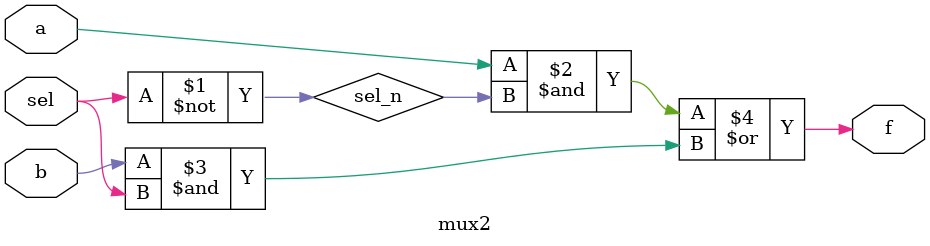
<source format=v>


module mux2 (input sel, a, b, output f);

  wire sel_n;     //* internal wires need to be declared

  assign sel_n = ~ sel;

  assign f = (a & sel_n) | (b & sel);
                      //*  |
                      //*  | missing left parenthesis before 'b'

endmodule

/*
// Alternative solution

`default_nettype none

module mux2 (input wire sel, a, b, output wire f);

  wire sel_n;     //* internal wires need to be declared

  assign sel_n = ~ sel;

  assign f = (a & sel_n) | (b & sel);
                      //*  |
                      //*  | missing left parenthesis before 'b'

endmodule
*/

</source>
